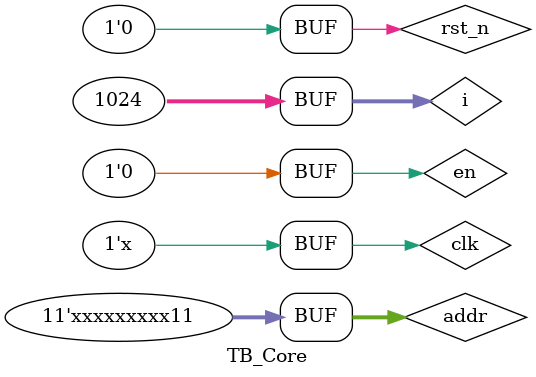
<source format=v>
`timescale 1ns / 1ps


module TB_Core();
    reg clk;
    reg rst_n;
    reg en;
    reg [10: 0] addr;
    wire OUTPUT;
    integer i;
    Core C(clk, rst_n, en, addr, OUTPUT);
    
    initial begin
        clk = 0;
        rst_n = 1;
        en <= 1;
        addr <= 11'b00000000000;
        
        #1 rst_n = 0;
        
        #1179662 en<=0;
        
        #10 addr <= 11'b00000000001;
        
        #20 addr <= 11'b00000000011;
        
        for ( i = 0; i < 1024; i = i + 1 ) begin
            addr[11: 2] <= addr[11: 2] + 1;
        end
     end
    
    always #1 clk <= ~clk;
    
    initial begin
        $monitor("%h",OUTPUT);
    end
    
endmodule

</source>
